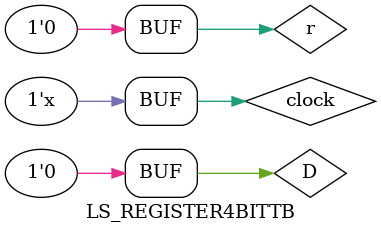
<source format=v>
`timescale 1ns / 1ps


module LS_REGISTER4BITTB;


reg D,r,clock;
wire QA,QB,QC,QD;
LSREGISTER_4BIT uut(.d0(D),.q0(QD),.q1(QC),.q2(QB),.q3(QA),.RST(r),.CLK(clock));
 
 
 
 initial
     begin 
     clock <=0;
     end
     
   always #50 clock=~clock;
   initial
   begin 
   r=1;D=1;
   #200
   r=1;D=0;
   #100
   r=0;D=1;
   #70
   r=0;D=0;
   #200
   r=0;D=0;
   #150
   r=0;D=0;
   #100
   r=0;D=1;
   #200
   r=0;D=0;
end
endmodule

</source>
